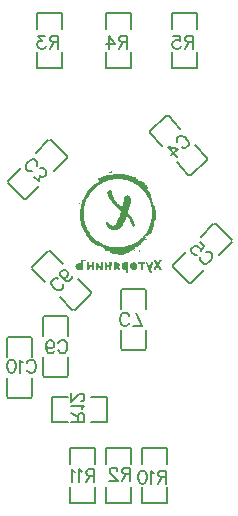
<source format=gbo>
G04 Layer: BottomSilkscreenLayer*
G04 EasyEDA v6.5.22, 2023-04-11 13:21:22*
G04 98130e1011dd41a8879dcb9a727c9930,770f52a9c06342aeb7d9f723a0e8078a,10*
G04 Gerber Generator version 0.2*
G04 Scale: 100 percent, Rotated: No, Reflected: No *
G04 Dimensions in inches *
G04 leading zeros omitted , absolute positions ,3 integer and 6 decimal *
%FSLAX36Y36*%
%MOIN*%

%ADD10C,0.0060*%

%LPD*%
G36*
X477920Y-1195640D02*
G01*
X476520Y-1196200D01*
X473900Y-1198340D01*
X472660Y-1198980D01*
X471360Y-1199400D01*
X469040Y-1199660D01*
X468160Y-1199920D01*
X467560Y-1200300D01*
X467340Y-1200760D01*
X467960Y-1202060D01*
X469500Y-1202680D01*
X471520Y-1202560D01*
X473519Y-1201620D01*
X474580Y-1200980D01*
X475700Y-1200560D01*
X476719Y-1200380D01*
X477540Y-1200480D01*
X478900Y-1200480D01*
X479960Y-1199660D01*
X480420Y-1198340D01*
X480060Y-1196880D01*
X479099Y-1195860D01*
G37*
G36*
X492080Y-1204560D02*
G01*
X490920Y-1204700D01*
X490080Y-1204980D01*
X486880Y-1205520D01*
X482600Y-1205960D01*
X477180Y-1206640D01*
X472420Y-1207340D01*
X468140Y-1207820D01*
X464980Y-1208040D01*
X462700Y-1208500D01*
X460020Y-1209160D01*
X454060Y-1211000D01*
X448300Y-1213180D01*
X443780Y-1215280D01*
X439180Y-1217160D01*
X437260Y-1217820D01*
X433300Y-1219000D01*
X433720Y-1233140D01*
X429840Y-1233920D01*
X428160Y-1234420D01*
X426440Y-1235200D01*
X424880Y-1236180D01*
X422640Y-1238200D01*
X421540Y-1239000D01*
X420480Y-1239540D01*
X418900Y-1239860D01*
X418320Y-1240180D01*
X417939Y-1240640D01*
X417620Y-1241740D01*
X417180Y-1242040D01*
X416520Y-1242100D01*
X415700Y-1241900D01*
X414640Y-1241820D01*
X413579Y-1242360D01*
X412500Y-1243560D01*
X410100Y-1247500D01*
X408380Y-1249880D01*
X406380Y-1252300D01*
X403100Y-1255840D01*
X399940Y-1259640D01*
X396400Y-1264260D01*
X392980Y-1269000D01*
X390200Y-1273160D01*
X389200Y-1274800D01*
X388560Y-1276040D01*
X388080Y-1277440D01*
X387420Y-1278620D01*
X385220Y-1281800D01*
X383860Y-1283940D01*
X382520Y-1286699D01*
X381300Y-1289720D01*
X379600Y-1295560D01*
X377740Y-1301260D01*
X376420Y-1304640D01*
X375480Y-1307980D01*
X374620Y-1312240D01*
X373840Y-1317160D01*
X373180Y-1322580D01*
X372640Y-1328300D01*
X372158Y-1336160D01*
X385020Y-1336160D01*
X385040Y-1328340D01*
X385200Y-1322200D01*
X385540Y-1317280D01*
X386079Y-1313080D01*
X386880Y-1309139D01*
X388000Y-1304960D01*
X389580Y-1299940D01*
X391360Y-1295060D01*
X393340Y-1290280D01*
X395520Y-1285640D01*
X397920Y-1281120D01*
X400540Y-1276700D01*
X403380Y-1272400D01*
X406420Y-1268200D01*
X409680Y-1264100D01*
X413180Y-1260080D01*
X416900Y-1256160D01*
X420860Y-1252340D01*
X424620Y-1248960D01*
X428480Y-1245800D01*
X432400Y-1242820D01*
X436440Y-1240060D01*
X440560Y-1237500D01*
X444780Y-1235140D01*
X449099Y-1232960D01*
X453519Y-1230980D01*
X458080Y-1229200D01*
X462740Y-1227600D01*
X467520Y-1226180D01*
X472440Y-1224960D01*
X477480Y-1223920D01*
X482660Y-1223040D01*
X489520Y-1222040D01*
X494640Y-1221460D01*
X496800Y-1221300D01*
X498880Y-1221260D01*
X503120Y-1221480D01*
X508280Y-1222120D01*
X515220Y-1223160D01*
X519980Y-1224000D01*
X524660Y-1225020D01*
X529280Y-1226240D01*
X533820Y-1227660D01*
X538300Y-1229260D01*
X542700Y-1231020D01*
X547020Y-1232980D01*
X551240Y-1235100D01*
X555360Y-1237400D01*
X559400Y-1239860D01*
X563320Y-1242480D01*
X567140Y-1245280D01*
X570840Y-1248220D01*
X574440Y-1251320D01*
X577900Y-1254560D01*
X581240Y-1257960D01*
X584440Y-1261500D01*
X587520Y-1265200D01*
X590440Y-1269020D01*
X593220Y-1272960D01*
X595840Y-1277040D01*
X598320Y-1281260D01*
X600460Y-1285300D01*
X602420Y-1289440D01*
X604200Y-1293660D01*
X605800Y-1297980D01*
X607200Y-1302360D01*
X608440Y-1306819D01*
X609480Y-1311320D01*
X610360Y-1315880D01*
X611040Y-1320460D01*
X611540Y-1325080D01*
X611860Y-1329720D01*
X612000Y-1334379D01*
X611960Y-1339019D01*
X611740Y-1343680D01*
X611320Y-1348300D01*
X610740Y-1352900D01*
X609960Y-1357480D01*
X609000Y-1362020D01*
X607860Y-1366500D01*
X606540Y-1370920D01*
X605040Y-1375260D01*
X603340Y-1379540D01*
X601460Y-1383720D01*
X599400Y-1387820D01*
X596940Y-1392240D01*
X594280Y-1396660D01*
X591460Y-1401000D01*
X588620Y-1405120D01*
X585780Y-1408920D01*
X583080Y-1412260D01*
X580560Y-1415060D01*
X578320Y-1417200D01*
X569640Y-1424360D01*
X565780Y-1427340D01*
X562120Y-1430020D01*
X558620Y-1432400D01*
X555180Y-1434540D01*
X551720Y-1436480D01*
X548180Y-1438280D01*
X544480Y-1439960D01*
X540540Y-1441600D01*
X536280Y-1443220D01*
X518900Y-1449240D01*
X493840Y-1449160D01*
X486780Y-1449040D01*
X481340Y-1448760D01*
X479040Y-1448560D01*
X474940Y-1447940D01*
X470980Y-1447000D01*
X466580Y-1445680D01*
X461740Y-1444040D01*
X456900Y-1442140D01*
X452080Y-1440040D01*
X447320Y-1437720D01*
X442660Y-1435240D01*
X438100Y-1432600D01*
X433680Y-1429800D01*
X429460Y-1426879D01*
X425439Y-1423860D01*
X421659Y-1420760D01*
X418140Y-1417580D01*
X414920Y-1414340D01*
X412299Y-1411360D01*
X409440Y-1407760D01*
X406480Y-1403740D01*
X403519Y-1399480D01*
X400700Y-1395140D01*
X398140Y-1390940D01*
X395959Y-1387060D01*
X394300Y-1383660D01*
X392200Y-1378779D01*
X390420Y-1374300D01*
X388960Y-1370060D01*
X387760Y-1365920D01*
X386820Y-1361780D01*
X386120Y-1357500D01*
X385600Y-1352920D01*
X385260Y-1347920D01*
X385080Y-1342380D01*
X385020Y-1336160D01*
X372158Y-1336160D01*
X372040Y-1339760D01*
X372000Y-1345140D01*
X372180Y-1350000D01*
X372760Y-1356300D01*
X373620Y-1363620D01*
X374540Y-1369740D01*
X375500Y-1374640D01*
X376500Y-1378340D01*
X377020Y-1379720D01*
X377560Y-1380800D01*
X378640Y-1382300D01*
X380379Y-1385140D01*
X385680Y-1394700D01*
X388260Y-1399560D01*
X390660Y-1403680D01*
X393340Y-1407820D01*
X396240Y-1411960D01*
X399340Y-1416040D01*
X402600Y-1420040D01*
X406000Y-1423920D01*
X409500Y-1427640D01*
X413060Y-1431140D01*
X416680Y-1434440D01*
X420280Y-1437440D01*
X423840Y-1440140D01*
X430400Y-1444480D01*
X433240Y-1445940D01*
X434880Y-1446000D01*
X436060Y-1444920D01*
X436780Y-1444079D01*
X437340Y-1443700D01*
X437700Y-1443779D01*
X438080Y-1444960D01*
X438680Y-1445500D01*
X439560Y-1445860D01*
X440640Y-1445980D01*
X441880Y-1446240D01*
X443540Y-1446920D01*
X445500Y-1447940D01*
X447600Y-1449199D01*
X449660Y-1450600D01*
X451560Y-1452040D01*
X453120Y-1453420D01*
X454219Y-1454660D01*
X454460Y-1455240D01*
X454400Y-1455880D01*
X454099Y-1456480D01*
X452879Y-1457460D01*
X452680Y-1457780D01*
X452939Y-1457960D01*
X454300Y-1458140D01*
X454680Y-1458440D01*
X454799Y-1458860D01*
X454400Y-1459900D01*
X454440Y-1460320D01*
X454680Y-1460620D01*
X455140Y-1460720D01*
X455760Y-1460540D01*
X456460Y-1460060D01*
X457160Y-1459340D01*
X458500Y-1457300D01*
X459159Y-1456900D01*
X459960Y-1457260D01*
X461180Y-1458380D01*
X462000Y-1459340D01*
X462700Y-1460360D01*
X463160Y-1461339D01*
X463320Y-1462120D01*
X463600Y-1462740D01*
X464360Y-1463140D01*
X465600Y-1463260D01*
X469260Y-1462960D01*
X470580Y-1463240D01*
X471400Y-1464060D01*
X471940Y-1465540D01*
X472680Y-1467120D01*
X474320Y-1468260D01*
X477360Y-1469199D01*
X482340Y-1470140D01*
X490060Y-1471300D01*
X496260Y-1471860D01*
X497239Y-1472120D01*
X497900Y-1472480D01*
X498140Y-1472940D01*
X498940Y-1473400D01*
X501079Y-1473760D01*
X504240Y-1474019D01*
X508120Y-1474120D01*
X513640Y-1473959D01*
X515880Y-1473720D01*
X517939Y-1473320D01*
X519980Y-1472740D01*
X522120Y-1471920D01*
X527260Y-1469520D01*
X531220Y-1467340D01*
X535220Y-1464860D01*
X538800Y-1462360D01*
X541500Y-1460140D01*
X543540Y-1458280D01*
X545360Y-1456759D01*
X546780Y-1455740D01*
X547580Y-1455360D01*
X548100Y-1455640D01*
X548760Y-1456360D01*
X549480Y-1457460D01*
X550160Y-1458779D01*
X551600Y-1460980D01*
X552820Y-1461420D01*
X553540Y-1460240D01*
X553320Y-1455800D01*
X553620Y-1454019D01*
X554260Y-1452300D01*
X555200Y-1450720D01*
X556380Y-1449360D01*
X557740Y-1448280D01*
X559220Y-1447580D01*
X562560Y-1446980D01*
X564800Y-1446060D01*
X567260Y-1444700D01*
X569740Y-1443060D01*
X572060Y-1441279D01*
X573980Y-1439520D01*
X575300Y-1437920D01*
X575820Y-1436620D01*
X576280Y-1434920D01*
X577380Y-1433040D01*
X578960Y-1431140D01*
X580820Y-1429360D01*
X582820Y-1427860D01*
X584740Y-1426780D01*
X586440Y-1426260D01*
X588340Y-1426540D01*
X589200Y-1426220D01*
X590180Y-1425580D01*
X591140Y-1424640D01*
X593440Y-1422120D01*
X589760Y-1421320D01*
X589420Y-1420780D01*
X590020Y-1419820D01*
X593540Y-1415980D01*
X594500Y-1414460D01*
X594280Y-1414019D01*
X592780Y-1415020D01*
X591480Y-1415720D01*
X590340Y-1415680D01*
X589520Y-1415000D01*
X589220Y-1413720D01*
X589580Y-1413220D01*
X590600Y-1412560D01*
X592080Y-1411840D01*
X595720Y-1410480D01*
X597220Y-1409740D01*
X598220Y-1409060D01*
X598960Y-1407920D01*
X599960Y-1407240D01*
X601460Y-1406500D01*
X607600Y-1404220D01*
X607960Y-1403980D01*
X614140Y-1388600D01*
X615620Y-1384259D01*
X617100Y-1379520D01*
X618540Y-1374460D01*
X619920Y-1369240D01*
X622380Y-1358760D01*
X623380Y-1353760D01*
X624220Y-1349060D01*
X624840Y-1344800D01*
X625220Y-1341100D01*
X625340Y-1338100D01*
X625260Y-1336519D01*
X624600Y-1332220D01*
X623440Y-1326800D01*
X621920Y-1320780D01*
X620160Y-1314600D01*
X618320Y-1308779D01*
X616520Y-1303779D01*
X614920Y-1300120D01*
X611780Y-1295020D01*
X610620Y-1292080D01*
X610660Y-1289600D01*
X611740Y-1286980D01*
X612520Y-1285440D01*
X612720Y-1284660D01*
X612260Y-1284500D01*
X611140Y-1284860D01*
X610000Y-1285100D01*
X609420Y-1284480D01*
X609320Y-1282700D01*
X609860Y-1275920D01*
X609460Y-1273220D01*
X608160Y-1270580D01*
X605740Y-1267180D01*
X603860Y-1264840D01*
X602120Y-1262940D01*
X600720Y-1261640D01*
X599880Y-1261160D01*
X599380Y-1261000D01*
X598960Y-1260560D01*
X598700Y-1259900D01*
X598480Y-1258340D01*
X598200Y-1257840D01*
X597780Y-1257660D01*
X596180Y-1258020D01*
X595980Y-1257000D01*
X596600Y-1255040D01*
X599000Y-1250860D01*
X599360Y-1249720D01*
X599100Y-1248920D01*
X597440Y-1247600D01*
X596680Y-1246740D01*
X596000Y-1245760D01*
X595020Y-1243860D01*
X594300Y-1243100D01*
X593480Y-1242600D01*
X591820Y-1242300D01*
X591160Y-1242000D01*
X590720Y-1241540D01*
X590280Y-1240080D01*
X589560Y-1238660D01*
X588460Y-1236940D01*
X587140Y-1235080D01*
X585120Y-1232760D01*
X583060Y-1231260D01*
X580440Y-1230340D01*
X576760Y-1229720D01*
X570700Y-1228840D01*
X567160Y-1227920D01*
X565520Y-1226740D01*
X564900Y-1223980D01*
X564320Y-1223000D01*
X563480Y-1222180D01*
X561400Y-1221120D01*
X560540Y-1220300D01*
X559960Y-1219300D01*
X559520Y-1217080D01*
X558840Y-1216120D01*
X557680Y-1215400D01*
X556080Y-1214900D01*
X537900Y-1210620D01*
X534180Y-1209960D01*
X531340Y-1209640D01*
X528500Y-1209800D01*
X526480Y-1209420D01*
X524020Y-1208680D01*
X518640Y-1206580D01*
X516019Y-1205800D01*
X513780Y-1205380D01*
X512220Y-1205400D01*
X510500Y-1205560D01*
X507760Y-1205560D01*
X504420Y-1205380D01*
X497360Y-1204740D01*
X494320Y-1204560D01*
G37*
G36*
X471480Y-1259080D02*
G01*
X468420Y-1259480D01*
X465700Y-1260460D01*
X463840Y-1261920D01*
X463380Y-1262800D01*
X463100Y-1263940D01*
X462980Y-1265340D01*
X463060Y-1266980D01*
X463280Y-1268820D01*
X463660Y-1270840D01*
X464900Y-1275300D01*
X465720Y-1277700D01*
X467800Y-1282720D01*
X469739Y-1286620D01*
X471599Y-1289600D01*
X473980Y-1292940D01*
X476820Y-1296540D01*
X480040Y-1300360D01*
X483640Y-1304319D01*
X487500Y-1308380D01*
X491599Y-1312480D01*
X495900Y-1316540D01*
X500300Y-1320480D01*
X508900Y-1327840D01*
X503620Y-1343600D01*
X501320Y-1349720D01*
X498900Y-1355400D01*
X496440Y-1360560D01*
X493940Y-1365140D01*
X491440Y-1369100D01*
X490200Y-1370840D01*
X487780Y-1373740D01*
X486599Y-1374920D01*
X485460Y-1375900D01*
X484340Y-1376660D01*
X483260Y-1377220D01*
X482220Y-1377580D01*
X481220Y-1377680D01*
X479960Y-1377560D01*
X478640Y-1377180D01*
X477220Y-1376560D01*
X475700Y-1375660D01*
X474099Y-1374500D01*
X472380Y-1373060D01*
X470540Y-1371360D01*
X466640Y-1367520D01*
X464840Y-1366100D01*
X463180Y-1365140D01*
X461719Y-1364660D01*
X460460Y-1364640D01*
X459440Y-1365100D01*
X458660Y-1366040D01*
X458200Y-1367460D01*
X458220Y-1368500D01*
X458620Y-1369860D01*
X459340Y-1371519D01*
X460340Y-1373360D01*
X461560Y-1375360D01*
X462960Y-1377440D01*
X466120Y-1381560D01*
X467800Y-1383480D01*
X469460Y-1385220D01*
X471079Y-1386699D01*
X472600Y-1387880D01*
X474680Y-1389199D01*
X476740Y-1390320D01*
X478800Y-1391240D01*
X480840Y-1391980D01*
X482879Y-1392520D01*
X484900Y-1392860D01*
X486920Y-1393020D01*
X488940Y-1392980D01*
X490940Y-1392740D01*
X492939Y-1392300D01*
X494920Y-1391680D01*
X496880Y-1390860D01*
X498840Y-1389860D01*
X500780Y-1388660D01*
X502720Y-1387260D01*
X504640Y-1385660D01*
X506540Y-1383880D01*
X508440Y-1381920D01*
X510319Y-1379740D01*
X512180Y-1377380D01*
X513420Y-1375660D01*
X516200Y-1371240D01*
X519159Y-1366020D01*
X522000Y-1360580D01*
X524420Y-1355440D01*
X526140Y-1351220D01*
X526640Y-1349620D01*
X527660Y-1347440D01*
X529180Y-1347260D01*
X531440Y-1349160D01*
X534680Y-1353240D01*
X538600Y-1358880D01*
X540040Y-1361240D01*
X541220Y-1363440D01*
X542180Y-1365580D01*
X542980Y-1367800D01*
X543680Y-1370200D01*
X545040Y-1375520D01*
X545860Y-1377680D01*
X546760Y-1379340D01*
X547740Y-1380540D01*
X548800Y-1381240D01*
X549940Y-1381459D01*
X551140Y-1381160D01*
X552380Y-1380360D01*
X553060Y-1379620D01*
X553560Y-1378640D01*
X553880Y-1377460D01*
X554020Y-1376080D01*
X554000Y-1374540D01*
X553840Y-1372840D01*
X553520Y-1371000D01*
X553060Y-1369040D01*
X552460Y-1366980D01*
X550860Y-1362580D01*
X549880Y-1360280D01*
X547580Y-1355600D01*
X544880Y-1350880D01*
X541800Y-1346279D01*
X540160Y-1344060D01*
X531880Y-1334079D01*
X536000Y-1318660D01*
X537620Y-1312040D01*
X538980Y-1305780D01*
X540080Y-1300040D01*
X540880Y-1294920D01*
X541380Y-1290540D01*
X541540Y-1287020D01*
X541500Y-1285620D01*
X541360Y-1284480D01*
X541140Y-1283640D01*
X539840Y-1281260D01*
X538000Y-1279280D01*
X535720Y-1277720D01*
X533160Y-1276640D01*
X530440Y-1276080D01*
X527700Y-1276080D01*
X525060Y-1276680D01*
X522660Y-1277920D01*
X521860Y-1278540D01*
X521140Y-1279260D01*
X520480Y-1280120D01*
X519860Y-1281180D01*
X519260Y-1282460D01*
X518120Y-1285920D01*
X516920Y-1290820D01*
X513720Y-1306780D01*
X512620Y-1310940D01*
X511640Y-1313720D01*
X510860Y-1314740D01*
X510200Y-1314540D01*
X509260Y-1313980D01*
X506719Y-1311920D01*
X503480Y-1308839D01*
X499860Y-1305060D01*
X496120Y-1300880D01*
X492560Y-1296600D01*
X489440Y-1292540D01*
X488120Y-1290680D01*
X485940Y-1287120D01*
X483980Y-1283400D01*
X482260Y-1279600D01*
X480740Y-1275560D01*
X479380Y-1271180D01*
X477500Y-1263600D01*
X477020Y-1262160D01*
X476260Y-1260900D01*
X475340Y-1259920D01*
X474380Y-1259380D01*
G37*
G36*
X369580Y-1302680D02*
G01*
X369060Y-1302800D01*
X368620Y-1303080D01*
X368340Y-1303500D01*
X368240Y-1304019D01*
X368340Y-1304540D01*
X368620Y-1304980D01*
X369060Y-1305260D01*
X369580Y-1305360D01*
X370100Y-1305260D01*
X370520Y-1304980D01*
X370800Y-1304540D01*
X370920Y-1304019D01*
X370800Y-1303500D01*
X370520Y-1303080D01*
X370100Y-1302800D01*
G37*
G36*
X654840Y-1329480D02*
G01*
X654320Y-1329640D01*
X653900Y-1330080D01*
X653600Y-1330740D01*
X653500Y-1331560D01*
X653600Y-1332300D01*
X653900Y-1332800D01*
X654320Y-1332980D01*
X654840Y-1332820D01*
X655360Y-1332400D01*
X655780Y-1331860D01*
X656080Y-1331279D01*
X656180Y-1330740D01*
X656080Y-1330240D01*
X655780Y-1329840D01*
X655360Y-1329580D01*
G37*
G36*
X570120Y-1458660D02*
G01*
X569620Y-1458760D01*
X569000Y-1459540D01*
X568120Y-1461600D01*
X567840Y-1463740D01*
X568160Y-1465400D01*
X569060Y-1466080D01*
X570380Y-1465640D01*
X571200Y-1464440D01*
X571460Y-1462680D01*
X571080Y-1460540D01*
X570580Y-1459220D01*
G37*
G36*
X621220Y-1490180D02*
G01*
X618480Y-1490360D01*
X617640Y-1490560D01*
X617340Y-1490800D01*
X618580Y-1493320D01*
X623200Y-1501360D01*
X624540Y-1503899D01*
X625440Y-1505840D01*
X625780Y-1506920D01*
X625440Y-1508000D01*
X624540Y-1509960D01*
X623200Y-1512500D01*
X618660Y-1520480D01*
X617900Y-1522180D01*
X617600Y-1523400D01*
X617740Y-1524220D01*
X618320Y-1524700D01*
X619320Y-1524940D01*
X620760Y-1525000D01*
X622440Y-1524780D01*
X623900Y-1524040D01*
X625220Y-1522760D01*
X626440Y-1520880D01*
X629300Y-1515960D01*
X630280Y-1514660D01*
X631120Y-1514100D01*
X631900Y-1514280D01*
X632700Y-1515140D01*
X633660Y-1516660D01*
X636620Y-1521940D01*
X638180Y-1523820D01*
X639800Y-1524760D01*
X641780Y-1525000D01*
X643220Y-1524940D01*
X644380Y-1524780D01*
X645180Y-1524540D01*
X645460Y-1524220D01*
X645080Y-1523280D01*
X642500Y-1518460D01*
X635780Y-1506920D01*
X645740Y-1490180D01*
X641620Y-1490180D01*
X639520Y-1490380D01*
X637940Y-1491000D01*
X636640Y-1492220D01*
X633440Y-1497480D01*
X631700Y-1498720D01*
X629980Y-1497860D01*
X626380Y-1492640D01*
X624900Y-1491180D01*
X623240Y-1490400D01*
G37*
G36*
X374940Y-1490180D02*
G01*
X374940Y-1501900D01*
X368860Y-1502580D01*
X366460Y-1502960D01*
X364340Y-1503520D01*
X362460Y-1504280D01*
X360860Y-1505240D01*
X359500Y-1506380D01*
X358400Y-1507720D01*
X357560Y-1509240D01*
X356980Y-1510940D01*
X356640Y-1513020D01*
X356719Y-1514980D01*
X357180Y-1516800D01*
X358000Y-1518480D01*
X359180Y-1519980D01*
X360660Y-1521320D01*
X362460Y-1522460D01*
X364560Y-1523380D01*
X366900Y-1524079D01*
X369520Y-1524560D01*
X372340Y-1524780D01*
X375379Y-1524740D01*
X382299Y-1524340D01*
X383060Y-1495540D01*
X387700Y-1495540D01*
X390000Y-1495420D01*
X391420Y-1495020D01*
X392140Y-1494199D01*
X392340Y-1492860D01*
X392080Y-1491440D01*
X390920Y-1490620D01*
X388300Y-1490260D01*
X383640Y-1490180D01*
G37*
G36*
X550680Y-1498380D02*
G01*
X550180Y-1498460D01*
X545820Y-1500080D01*
X543980Y-1501080D01*
X542380Y-1502420D01*
X541060Y-1504040D01*
X540040Y-1505940D01*
X539300Y-1508020D01*
X538900Y-1510300D01*
X538840Y-1512720D01*
X539140Y-1515220D01*
X539760Y-1517440D01*
X540740Y-1519400D01*
X542020Y-1521100D01*
X543560Y-1522500D01*
X545280Y-1523600D01*
X547160Y-1524379D01*
X549160Y-1524820D01*
X551200Y-1524920D01*
X553240Y-1524640D01*
X555240Y-1523980D01*
X557140Y-1522940D01*
X558900Y-1521480D01*
X560420Y-1519620D01*
X561540Y-1517580D01*
X562280Y-1515380D01*
X562640Y-1513100D01*
X562640Y-1510800D01*
X562300Y-1508560D01*
X561620Y-1506399D01*
X560620Y-1504400D01*
X559320Y-1502620D01*
X557720Y-1501100D01*
X555860Y-1499940D01*
X553720Y-1499180D01*
G37*
G36*
X520860Y-1499019D02*
G01*
X519799Y-1499060D01*
X518420Y-1499319D01*
X516880Y-1499760D01*
X515420Y-1500460D01*
X514099Y-1501459D01*
X512980Y-1502720D01*
X512040Y-1504199D01*
X511300Y-1505880D01*
X510760Y-1507700D01*
X510420Y-1509620D01*
X510319Y-1511639D01*
X510420Y-1513680D01*
X510780Y-1515740D01*
X511380Y-1517760D01*
X512239Y-1519700D01*
X513240Y-1521260D01*
X514500Y-1522560D01*
X515940Y-1523600D01*
X517500Y-1524319D01*
X519120Y-1524740D01*
X520760Y-1524800D01*
X522320Y-1524520D01*
X525140Y-1523180D01*
X525880Y-1523480D01*
X526200Y-1525100D01*
X526360Y-1531620D01*
X526800Y-1533440D01*
X527800Y-1534220D01*
X529620Y-1534379D01*
X532960Y-1534379D01*
X532960Y-1499580D01*
X525460Y-1499820D01*
X523600Y-1499700D01*
X522200Y-1499500D01*
G37*
G36*
X611480Y-1499560D02*
G01*
X609900Y-1499780D01*
X608640Y-1500520D01*
X607600Y-1501860D01*
X606660Y-1503920D01*
X604440Y-1509740D01*
X603720Y-1511279D01*
X603160Y-1511980D01*
X602680Y-1511840D01*
X602200Y-1510920D01*
X600980Y-1506920D01*
X599820Y-1503440D01*
X598680Y-1501339D01*
X597260Y-1500260D01*
X595260Y-1499780D01*
X593460Y-1499580D01*
X592840Y-1499620D01*
X592420Y-1499860D01*
X592220Y-1500360D01*
X592260Y-1501200D01*
X592520Y-1502480D01*
X593800Y-1506540D01*
X599480Y-1522300D01*
X601060Y-1526060D01*
X602520Y-1529040D01*
X603920Y-1531240D01*
X605300Y-1532800D01*
X606740Y-1533740D01*
X608280Y-1534139D01*
X609960Y-1534100D01*
X612040Y-1533120D01*
X613020Y-1531360D01*
X612740Y-1529480D01*
X611080Y-1528120D01*
X609560Y-1527460D01*
X608440Y-1526720D01*
X607680Y-1525820D01*
X607320Y-1524700D01*
X607300Y-1523240D01*
X607640Y-1521420D01*
X608320Y-1519120D01*
X610300Y-1513420D01*
X610620Y-1512300D01*
X613400Y-1505260D01*
X614500Y-1501879D01*
X614660Y-1500940D01*
X614420Y-1500400D01*
X613720Y-1499960D01*
X612720Y-1499680D01*
G37*
G36*
X566440Y-1499560D02*
G01*
X566440Y-1502240D01*
X566640Y-1503540D01*
X567280Y-1504360D01*
X568520Y-1504800D01*
X570460Y-1504920D01*
X574480Y-1504920D01*
X574480Y-1525200D01*
X577500Y-1524760D01*
X579140Y-1524259D01*
X580100Y-1522900D01*
X580620Y-1519920D01*
X581300Y-1504920D01*
X585260Y-1504920D01*
X587180Y-1504800D01*
X588380Y-1504360D01*
X589040Y-1503540D01*
X589220Y-1502240D01*
X589220Y-1499560D01*
G37*
G36*
X483420Y-1499560D02*
G01*
X483420Y-1525000D01*
X486760Y-1525000D01*
X488420Y-1524860D01*
X489440Y-1524340D01*
X489960Y-1523320D01*
X490260Y-1520100D01*
X490720Y-1519060D01*
X491520Y-1518500D01*
X492760Y-1518320D01*
X493960Y-1518580D01*
X495280Y-1519300D01*
X496540Y-1520360D01*
X498740Y-1523040D01*
X500080Y-1524100D01*
X501540Y-1524780D01*
X503020Y-1525000D01*
X506240Y-1525000D01*
X503560Y-1519780D01*
X502239Y-1516980D01*
X501700Y-1515180D01*
X501940Y-1513959D01*
X502879Y-1512920D01*
X504340Y-1510720D01*
X504760Y-1507780D01*
X504200Y-1504680D01*
X502620Y-1502020D01*
X501160Y-1500840D01*
X499080Y-1500080D01*
X496100Y-1499680D01*
X491920Y-1499560D01*
G37*
G36*
X453940Y-1499560D02*
G01*
X453940Y-1525000D01*
X457220Y-1525000D01*
X458920Y-1524820D01*
X459980Y-1524120D01*
X460560Y-1522600D01*
X461240Y-1517360D01*
X461880Y-1515780D01*
X463020Y-1514940D01*
X464920Y-1514540D01*
X466880Y-1514460D01*
X468020Y-1515000D01*
X468600Y-1516480D01*
X469260Y-1521900D01*
X469860Y-1523460D01*
X470940Y-1524160D01*
X472700Y-1524340D01*
X476040Y-1524340D01*
X476820Y-1499560D01*
X468680Y-1499560D01*
X468680Y-1508940D01*
X460640Y-1508940D01*
X460640Y-1504240D01*
X460540Y-1501780D01*
X460080Y-1500360D01*
X459060Y-1499720D01*
X457299Y-1499560D01*
G37*
G36*
X440560Y-1499560D02*
G01*
X440560Y-1514960D01*
X436659Y-1507600D01*
X434540Y-1503860D01*
X432819Y-1501620D01*
X431140Y-1500520D01*
X429159Y-1500240D01*
X425560Y-1500240D01*
X425760Y-1523760D01*
X426019Y-1524280D01*
X426700Y-1524640D01*
X427660Y-1524820D01*
X428840Y-1524760D01*
X430400Y-1524300D01*
X431420Y-1523200D01*
X432060Y-1521140D01*
X432520Y-1517720D01*
X433200Y-1511100D01*
X436960Y-1518060D01*
X438940Y-1521440D01*
X440620Y-1523580D01*
X442220Y-1524680D01*
X443980Y-1525000D01*
X447260Y-1525000D01*
X447260Y-1499560D01*
G37*
G36*
X396360Y-1499560D02*
G01*
X396360Y-1525000D01*
X399620Y-1525000D01*
X401340Y-1524820D01*
X402380Y-1524120D01*
X402980Y-1522600D01*
X403660Y-1517360D01*
X404280Y-1515780D01*
X405439Y-1514940D01*
X407320Y-1514540D01*
X409280Y-1514460D01*
X410420Y-1515000D01*
X411019Y-1516480D01*
X411680Y-1521780D01*
X412280Y-1523420D01*
X413260Y-1524340D01*
X414780Y-1524760D01*
X417780Y-1525200D01*
X417780Y-1499560D01*
X414440Y-1499560D01*
X412680Y-1499720D01*
X411659Y-1500360D01*
X411200Y-1501780D01*
X411100Y-1504240D01*
X411100Y-1508940D01*
X403060Y-1508940D01*
X403060Y-1504240D01*
X402939Y-1501780D01*
X402480Y-1500360D01*
X401460Y-1499720D01*
X399700Y-1499560D01*
G37*
D10*
X660000Y-2194600D02*
G01*
X660000Y-2237500D01*
X660000Y-2194600D02*
G01*
X641599Y-2194600D01*
X635500Y-2196599D01*
X633400Y-2198699D01*
X631399Y-2202800D01*
X631399Y-2206900D01*
X633400Y-2210999D01*
X635500Y-2213000D01*
X641599Y-2215000D01*
X660000Y-2215000D01*
X645700Y-2215000D02*
G01*
X631399Y-2237500D01*
X617899Y-2202800D02*
G01*
X613800Y-2200700D01*
X607600Y-2194600D01*
X607600Y-2237500D01*
X581900Y-2194600D02*
G01*
X588000Y-2196599D01*
X592100Y-2202800D01*
X594099Y-2213000D01*
X594099Y-2219099D01*
X592100Y-2229400D01*
X588000Y-2235500D01*
X581900Y-2237500D01*
X577800Y-2237500D01*
X571599Y-2235500D01*
X567500Y-2229400D01*
X565500Y-2219099D01*
X565500Y-2213000D01*
X567500Y-2202800D01*
X571599Y-2196599D01*
X577800Y-2194600D01*
X581900Y-2194600D01*
X540000Y-2184600D02*
G01*
X540000Y-2227500D01*
X540000Y-2184600D02*
G01*
X521599Y-2184600D01*
X515500Y-2186599D01*
X513400Y-2188699D01*
X511399Y-2192800D01*
X511399Y-2196900D01*
X513400Y-2200999D01*
X515500Y-2203000D01*
X521599Y-2205000D01*
X540000Y-2205000D01*
X525700Y-2205000D02*
G01*
X511399Y-2227500D01*
X495799Y-2194800D02*
G01*
X495799Y-2192800D01*
X493800Y-2188699D01*
X491700Y-2186599D01*
X487600Y-2184600D01*
X479499Y-2184600D01*
X475399Y-2186599D01*
X473299Y-2188699D01*
X471300Y-2192800D01*
X471300Y-2196900D01*
X473299Y-2200999D01*
X477399Y-2207100D01*
X497899Y-2227500D01*
X469200Y-2227500D01*
X420000Y-2189600D02*
G01*
X420000Y-2232500D01*
X420000Y-2189600D02*
G01*
X401599Y-2189600D01*
X395500Y-2191599D01*
X393400Y-2193699D01*
X391399Y-2197800D01*
X391399Y-2201900D01*
X393400Y-2205999D01*
X395500Y-2208000D01*
X401599Y-2210000D01*
X420000Y-2210000D01*
X405700Y-2210000D02*
G01*
X391399Y-2232500D01*
X377899Y-2197800D02*
G01*
X373800Y-2195700D01*
X367600Y-2189600D01*
X367600Y-2232500D01*
X354099Y-2197800D02*
G01*
X350000Y-2195700D01*
X343899Y-2189600D01*
X343899Y-2232500D01*
X300000Y-744600D02*
G01*
X300000Y-787500D01*
X300000Y-744600D02*
G01*
X281599Y-744600D01*
X275500Y-746599D01*
X273400Y-748699D01*
X271399Y-752800D01*
X271399Y-756900D01*
X273400Y-760999D01*
X275500Y-763000D01*
X281599Y-765000D01*
X300000Y-765000D01*
X285700Y-765000D02*
G01*
X271399Y-787500D01*
X253800Y-744600D02*
G01*
X231300Y-744600D01*
X243499Y-760999D01*
X237399Y-760999D01*
X233299Y-763000D01*
X231300Y-765000D01*
X229200Y-771199D01*
X229200Y-775300D01*
X231300Y-781399D01*
X235399Y-785500D01*
X241500Y-787500D01*
X247600Y-787500D01*
X253800Y-785500D01*
X255799Y-783499D01*
X257899Y-779400D01*
X530000Y-744600D02*
G01*
X530000Y-787500D01*
X530000Y-744600D02*
G01*
X511599Y-744600D01*
X505500Y-746599D01*
X503400Y-748699D01*
X501399Y-752800D01*
X501399Y-756900D01*
X503400Y-760999D01*
X505500Y-763000D01*
X511599Y-765000D01*
X530000Y-765000D01*
X515700Y-765000D02*
G01*
X501399Y-787500D01*
X467399Y-744600D02*
G01*
X487899Y-773200D01*
X457199Y-773200D01*
X467399Y-744600D02*
G01*
X467399Y-787500D01*
X750000Y-744600D02*
G01*
X750000Y-787500D01*
X750000Y-744600D02*
G01*
X731599Y-744600D01*
X725500Y-746599D01*
X723400Y-748699D01*
X721399Y-752800D01*
X721399Y-756900D01*
X723400Y-760999D01*
X725500Y-763000D01*
X731599Y-765000D01*
X750000Y-765000D01*
X735700Y-765000D02*
G01*
X721399Y-787500D01*
X683299Y-744600D02*
G01*
X703800Y-744600D01*
X705799Y-763000D01*
X703800Y-760999D01*
X697600Y-758899D01*
X691500Y-758899D01*
X685399Y-760999D01*
X681300Y-765000D01*
X679200Y-771199D01*
X679200Y-775300D01*
X681300Y-781399D01*
X685399Y-785500D01*
X691500Y-787500D01*
X697600Y-787500D01*
X703800Y-785500D01*
X705799Y-783499D01*
X707899Y-779400D01*
X535700Y-1700199D02*
G01*
X533600Y-1704299D01*
X529499Y-1708400D01*
X525500Y-1710399D01*
X517300Y-1710399D01*
X513200Y-1708400D01*
X509099Y-1704299D01*
X506999Y-1700199D01*
X505000Y-1694000D01*
X505000Y-1683800D01*
X506999Y-1677699D01*
X509099Y-1673600D01*
X513200Y-1669499D01*
X517300Y-1667500D01*
X525500Y-1667500D01*
X529499Y-1669499D01*
X533600Y-1673600D01*
X535700Y-1677699D01*
X577800Y-1710399D02*
G01*
X557399Y-1667500D01*
X549200Y-1710399D02*
G01*
X577800Y-1710399D01*
X299299Y-1769800D02*
G01*
X301399Y-1765700D01*
X305500Y-1761599D01*
X309499Y-1759600D01*
X317699Y-1759600D01*
X321799Y-1761599D01*
X325900Y-1765700D01*
X328000Y-1769800D01*
X330000Y-1775999D01*
X330000Y-1786199D01*
X328000Y-1792300D01*
X325900Y-1796399D01*
X321799Y-1800500D01*
X317699Y-1802500D01*
X309499Y-1802500D01*
X305500Y-1800500D01*
X301399Y-1796399D01*
X299299Y-1792300D01*
X259200Y-1773899D02*
G01*
X261300Y-1780000D01*
X265399Y-1784099D01*
X271500Y-1786199D01*
X273499Y-1786199D01*
X279699Y-1784099D01*
X283800Y-1780000D01*
X285799Y-1773899D01*
X285799Y-1771900D01*
X283800Y-1765700D01*
X279699Y-1761599D01*
X273499Y-1759600D01*
X271500Y-1759600D01*
X265399Y-1761599D01*
X261300Y-1765700D01*
X259200Y-1773899D01*
X259200Y-1784099D01*
X261300Y-1794400D01*
X265399Y-1800500D01*
X271500Y-1802500D01*
X275599Y-1802500D01*
X281700Y-1800500D01*
X283800Y-1796399D01*
X194299Y-1834800D02*
G01*
X196399Y-1830700D01*
X200500Y-1826599D01*
X204499Y-1824600D01*
X212699Y-1824600D01*
X216799Y-1826599D01*
X220900Y-1830700D01*
X223000Y-1834800D01*
X225000Y-1840999D01*
X225000Y-1851199D01*
X223000Y-1857300D01*
X220900Y-1861399D01*
X216799Y-1865500D01*
X212699Y-1867500D01*
X204499Y-1867500D01*
X200500Y-1865500D01*
X196399Y-1861399D01*
X194299Y-1857300D01*
X180799Y-1832800D02*
G01*
X176700Y-1830700D01*
X170599Y-1824600D01*
X170599Y-1867500D01*
X144800Y-1824600D02*
G01*
X150999Y-1826599D01*
X155000Y-1832800D01*
X157100Y-1843000D01*
X157100Y-1849099D01*
X155000Y-1859400D01*
X150999Y-1865500D01*
X144800Y-1867500D01*
X140700Y-1867500D01*
X134600Y-1865500D01*
X130500Y-1859400D01*
X128499Y-1849099D01*
X128499Y-1843000D01*
X130500Y-1832800D01*
X134600Y-1826599D01*
X140700Y-1824600D01*
X144800Y-1824600D01*
X385399Y-2030000D02*
G01*
X342500Y-2030000D01*
X385399Y-2030000D02*
G01*
X385399Y-2011599D01*
X383400Y-2005500D01*
X381300Y-2003400D01*
X377199Y-2001399D01*
X373099Y-2001399D01*
X369000Y-2003400D01*
X366999Y-2005500D01*
X365000Y-2011599D01*
X365000Y-2030000D01*
X365000Y-2015700D02*
G01*
X342500Y-2001399D01*
X377199Y-1987899D02*
G01*
X379299Y-1983800D01*
X385399Y-1977600D01*
X342500Y-1977600D01*
X375199Y-1962100D02*
G01*
X377199Y-1962100D01*
X381300Y-1960000D01*
X383400Y-1958000D01*
X385399Y-1953899D01*
X385399Y-1945700D01*
X383400Y-1941599D01*
X381300Y-1939600D01*
X377199Y-1937500D01*
X373099Y-1937500D01*
X369000Y-1939600D01*
X362899Y-1943699D01*
X342500Y-1964099D01*
X342500Y-1935500D01*
X212676Y-1194171D02*
G01*
X208292Y-1195585D01*
X202494Y-1195585D01*
X198251Y-1194171D01*
X192453Y-1188373D01*
X190967Y-1184059D01*
X190967Y-1178261D01*
X192381Y-1173877D01*
X195351Y-1168080D01*
X202564Y-1160866D01*
X208292Y-1157968D01*
X212676Y-1156554D01*
X218474Y-1156554D01*
X222788Y-1158038D01*
X228586Y-1163836D01*
X230000Y-1168080D01*
X230000Y-1173877D01*
X228586Y-1178261D01*
X217908Y-1213829D02*
G01*
X233818Y-1229738D01*
X236718Y-1209445D01*
X241030Y-1213759D01*
X245344Y-1215243D01*
X248243Y-1215313D01*
X254041Y-1212345D01*
X256941Y-1209445D01*
X259839Y-1203717D01*
X259839Y-1197919D01*
X256869Y-1192121D01*
X252557Y-1187808D01*
X246828Y-1184908D01*
X243930Y-1184837D01*
X239616Y-1186323D01*
X314171Y-1570252D02*
G01*
X315585Y-1574636D01*
X315585Y-1580435D01*
X314171Y-1584677D01*
X308373Y-1590475D01*
X304061Y-1591961D01*
X298261Y-1591961D01*
X293877Y-1590547D01*
X288078Y-1587577D01*
X280866Y-1580365D01*
X277968Y-1574636D01*
X276554Y-1570252D01*
X276554Y-1564454D01*
X278038Y-1560142D01*
X283836Y-1554344D01*
X288079Y-1552928D01*
X293877Y-1552928D01*
X298261Y-1554344D01*
X343942Y-1546282D02*
G01*
X345426Y-1550594D01*
X342456Y-1556392D01*
X339627Y-1559221D01*
X333829Y-1562192D01*
X326547Y-1560707D01*
X317919Y-1554908D01*
X310707Y-1547696D01*
X306323Y-1540484D01*
X306323Y-1534686D01*
X309292Y-1528886D01*
X310707Y-1527473D01*
X316435Y-1524573D01*
X322233Y-1524573D01*
X328031Y-1527402D01*
X329515Y-1528886D01*
X332345Y-1534686D01*
X332343Y-1540484D01*
X329445Y-1546210D01*
X328031Y-1547624D01*
X322233Y-1550596D01*
X316435Y-1550594D01*
X310707Y-1547696D01*
X696188Y-1099607D02*
G01*
X694927Y-1095176D01*
X695129Y-1089382D01*
X696691Y-1085190D01*
X702689Y-1079598D01*
X707051Y-1078265D01*
X712845Y-1078467D01*
X717177Y-1080034D01*
X722869Y-1083204D01*
X729825Y-1090664D01*
X732523Y-1096489D01*
X733784Y-1100920D01*
X733580Y-1106714D01*
X731947Y-1110974D01*
X725949Y-1116565D01*
X721660Y-1117831D01*
X715864Y-1117629D01*
X711532Y-1116062D01*
X664439Y-1115268D02*
G01*
X698863Y-1122271D01*
X676410Y-1143209D01*
X664439Y-1115268D02*
G01*
X693697Y-1146642D01*
X790253Y-1465828D02*
G01*
X794637Y-1464414D01*
X800434Y-1464414D01*
X804678Y-1465828D01*
X810475Y-1471626D01*
X811961Y-1475940D01*
X811961Y-1481738D01*
X810546Y-1486122D01*
X807577Y-1491920D01*
X800365Y-1499133D01*
X794637Y-1502031D01*
X790253Y-1503445D01*
X784454Y-1503445D01*
X780141Y-1501961D01*
X774342Y-1496163D01*
X772929Y-1491920D01*
X772929Y-1486122D01*
X774342Y-1481738D01*
X770595Y-1431745D02*
G01*
X785020Y-1446170D01*
X773495Y-1460666D01*
X773424Y-1457766D01*
X770595Y-1451968D01*
X766282Y-1447654D01*
X760412Y-1444756D01*
X754686Y-1444686D01*
X748886Y-1447654D01*
X745988Y-1450554D01*
X743089Y-1456282D01*
X743089Y-1462080D01*
X746059Y-1467878D01*
X750372Y-1472192D01*
X756100Y-1475091D01*
X758998Y-1475162D01*
X763311Y-1473676D01*
X662483Y-2247449D02*
G01*
X662483Y-2300988D01*
X577516Y-2300988D01*
X577516Y-2247449D01*
X662483Y-2172550D02*
G01*
X662483Y-2119011D01*
X577516Y-2119011D01*
X577516Y-2172550D01*
X457516Y-2172550D02*
G01*
X457516Y-2119011D01*
X542483Y-2119011D01*
X542483Y-2172550D01*
X457516Y-2247449D02*
G01*
X457516Y-2300988D01*
X542483Y-2300988D01*
X542483Y-2247449D01*
X422483Y-2247449D02*
G01*
X422483Y-2300988D01*
X337516Y-2300988D01*
X337516Y-2247449D01*
X422483Y-2172550D02*
G01*
X422483Y-2119011D01*
X337516Y-2119011D01*
X337516Y-2172550D01*
X312483Y-797449D02*
G01*
X312483Y-850988D01*
X227516Y-850988D01*
X227516Y-797449D01*
X312483Y-722550D02*
G01*
X312483Y-669011D01*
X227516Y-669011D01*
X227516Y-722550D01*
X542483Y-797449D02*
G01*
X542483Y-850988D01*
X457516Y-850988D01*
X457516Y-797449D01*
X542483Y-722550D02*
G01*
X542483Y-669011D01*
X457516Y-669011D01*
X457516Y-722550D01*
X762484Y-797449D02*
G01*
X762484Y-850988D01*
X677516Y-850988D01*
X677516Y-797449D01*
X762484Y-722550D02*
G01*
X762484Y-669011D01*
X677516Y-669011D01*
X677516Y-722550D01*
X593015Y-1595070D02*
G01*
X593015Y-1653535D01*
X506984Y-1653535D02*
G01*
X506984Y-1595070D01*
X512984Y-1589070D02*
G01*
X587015Y-1589070D01*
X593015Y-1784929D02*
G01*
X593015Y-1726464D01*
X506984Y-1726464D02*
G01*
X506984Y-1784929D01*
X512984Y-1790929D02*
G01*
X587015Y-1790929D01*
X246984Y-1874929D02*
G01*
X246984Y-1816464D01*
X333015Y-1816464D02*
G01*
X333015Y-1874929D01*
X327015Y-1880929D02*
G01*
X252984Y-1880929D01*
X246984Y-1685070D02*
G01*
X246984Y-1743535D01*
X333015Y-1743535D02*
G01*
X333015Y-1685070D01*
X327015Y-1679070D02*
G01*
X252984Y-1679070D01*
X126984Y-1944929D02*
G01*
X126984Y-1886464D01*
X213015Y-1886464D02*
G01*
X213015Y-1944929D01*
X207015Y-1950929D02*
G01*
X132984Y-1950929D01*
X126984Y-1755070D02*
G01*
X126984Y-1813535D01*
X213015Y-1813535D02*
G01*
X213015Y-1755070D01*
X207015Y-1749070D02*
G01*
X132984Y-1749070D01*
X332550Y-2032483D02*
G01*
X279011Y-2032483D01*
X279011Y-1947516D01*
X332550Y-1947516D01*
X407449Y-2032483D02*
G01*
X460988Y-2032483D01*
X460988Y-1947516D01*
X407449Y-1947516D01*
X327541Y-1153292D02*
G01*
X286201Y-1194632D01*
X225367Y-1133798D02*
G01*
X266707Y-1092458D01*
X275192Y-1092458D02*
G01*
X327541Y-1144807D01*
X193292Y-1287541D02*
G01*
X234632Y-1246201D01*
X173798Y-1185367D02*
G01*
X132458Y-1226707D01*
X132458Y-1235192D02*
G01*
X184807Y-1287541D01*
X346707Y-1657541D02*
G01*
X305367Y-1616201D01*
X366201Y-1555367D02*
G01*
X407541Y-1596707D01*
X407541Y-1605192D02*
G01*
X355192Y-1657541D01*
X212458Y-1523292D02*
G01*
X253798Y-1564632D01*
X314632Y-1503798D02*
G01*
X273292Y-1462458D01*
X264807Y-1462458D02*
G01*
X212458Y-1514807D01*
X733281Y-1208764D02*
G01*
X693409Y-1166006D01*
X756329Y-1107332D02*
G01*
X796201Y-1150090D01*
X795905Y-1158569D02*
G01*
X741761Y-1209059D01*
X603798Y-1069909D02*
G01*
X643670Y-1112667D01*
X706590Y-1053993D02*
G01*
X666718Y-1011235D01*
X658238Y-1010940D02*
G01*
X604095Y-1061430D01*
X682458Y-1506707D02*
G01*
X723798Y-1465367D01*
X784632Y-1526201D02*
G01*
X743292Y-1567541D01*
X734807Y-1567541D02*
G01*
X682458Y-1515192D01*
X816707Y-1372458D02*
G01*
X775367Y-1413798D01*
X836202Y-1474632D02*
G01*
X877542Y-1433292D01*
X877542Y-1424807D02*
G01*
X825192Y-1372458D01*
G75*
G01*
X506984Y-1595071D02*
G02*
X512984Y-1589071I6000J0D01*
G75*
G01*
X587016Y-1589071D02*
G02*
X593016Y-1595071I0J-6000D01*
G75*
G01*
X506984Y-1784929D02*
G03*
X512984Y-1790929I6000J0D01*
G75*
G01*
X587016Y-1790929D02*
G03*
X593016Y-1784929I0J6000D01*
G75*
G01*
X333016Y-1874929D02*
G02*
X327016Y-1880929I-6000J0D01*
G75*
G01*
X252984Y-1880929D02*
G02*
X246984Y-1874929I0J6000D01*
G75*
G01*
X333016Y-1685071D02*
G03*
X327016Y-1679071I-6000J0D01*
G75*
G01*
X252984Y-1679071D02*
G03*
X246984Y-1685071I0J-6000D01*
G75*
G01*
X213016Y-1944929D02*
G02*
X207016Y-1950929I-6000J0D01*
G75*
G01*
X132984Y-1950929D02*
G02*
X126984Y-1944929I0J6000D01*
G75*
G01*
X213016Y-1755071D02*
G03*
X207016Y-1749071I-6000J0D01*
G75*
G01*
X132984Y-1749071D02*
G03*
X126984Y-1755071I0J-6000D01*
G75*
G01*
X266708Y-1092458D02*
G02*
X275193Y-1092458I4242J-4243D01*
G75*
G01*
X327542Y-1144807D02*
G02*
X327542Y-1153292I-4243J-4243D01*
G75*
G01*
X132458Y-1226708D02*
G03*
X132458Y-1235193I4243J-4242D01*
G75*
G01*
X184807Y-1287542D02*
G03*
X193292Y-1287542I4243J4243D01*
G75*
G01*
X407542Y-1596708D02*
G02*
X407542Y-1605193I-4243J-4242D01*
G75*
G01*
X355193Y-1657541D02*
G02*
X346708Y-1657542I-4243J4242D01*
G75*
G01*
X273292Y-1462458D02*
G03*
X264807Y-1462459I-4242J-4243D01*
G75*
G01*
X212458Y-1514807D02*
G03*
X212458Y-1523292I4243J-4243D01*
G75*
G01*
X796201Y-1150090D02*
G02*
X795905Y-1158570I-4388J-4092D01*
G75*
G01*
X741762Y-1209060D02*
G02*
X733282Y-1208764I-4092J4388D01*
G75*
G01*
X666718Y-1011236D02*
G03*
X658238Y-1010940I-4388J-4092D01*
G75*
G01*
X604095Y-1061430D02*
G03*
X603799Y-1069910I4092J-4388D01*
G75*
G01*
X743292Y-1567542D02*
G02*
X734807Y-1567542I-4242J4243D01*
G75*
G01*
X682458Y-1515193D02*
G02*
X682458Y-1506708I4243J4243D01*
G75*
G01*
X877542Y-1433292D02*
G03*
X877542Y-1424807I-4243J4242D01*
G75*
G01*
X825193Y-1372458D02*
G03*
X816708Y-1372458I-4243J-4243D01*
M02*

</source>
